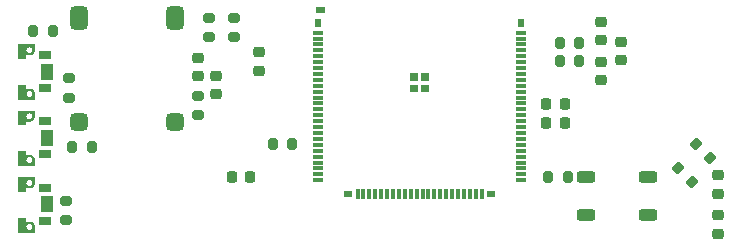
<source format=gbr>
%TF.GenerationSoftware,KiCad,Pcbnew,8.0.7*%
%TF.CreationDate,2024-12-31T00:41:56+01:00*%
%TF.ProjectId,BeDECT,42654445-4354-42e6-9b69-6361645f7063,rev?*%
%TF.SameCoordinates,Original*%
%TF.FileFunction,Paste,Top*%
%TF.FilePolarity,Positive*%
%FSLAX46Y46*%
G04 Gerber Fmt 4.6, Leading zero omitted, Abs format (unit mm)*
G04 Created by KiCad (PCBNEW 8.0.7) date 2024-12-31 00:41:56*
%MOMM*%
%LPD*%
G01*
G04 APERTURE LIST*
G04 Aperture macros list*
%AMRoundRect*
0 Rectangle with rounded corners*
0 $1 Rounding radius*
0 $2 $3 $4 $5 $6 $7 $8 $9 X,Y pos of 4 corners*
0 Add a 4 corners polygon primitive as box body*
4,1,4,$2,$3,$4,$5,$6,$7,$8,$9,$2,$3,0*
0 Add four circle primitives for the rounded corners*
1,1,$1+$1,$2,$3*
1,1,$1+$1,$4,$5*
1,1,$1+$1,$6,$7*
1,1,$1+$1,$8,$9*
0 Add four rect primitives between the rounded corners*
20,1,$1+$1,$2,$3,$4,$5,0*
20,1,$1+$1,$4,$5,$6,$7,0*
20,1,$1+$1,$6,$7,$8,$9,0*
20,1,$1+$1,$8,$9,$2,$3,0*%
G04 Aperture macros list end*
%ADD10C,0.010000*%
%ADD11C,0.001000*%
%ADD12C,0.000000*%
%ADD13RoundRect,0.200000X0.275000X-0.200000X0.275000X0.200000X-0.275000X0.200000X-0.275000X-0.200000X0*%
%ADD14RoundRect,0.200000X0.200000X0.275000X-0.200000X0.275000X-0.200000X-0.275000X0.200000X-0.275000X0*%
%ADD15RoundRect,0.200000X-0.275000X0.200000X-0.275000X-0.200000X0.275000X-0.200000X0.275000X0.200000X0*%
%ADD16R,1.100000X0.700000*%
%ADD17R,1.100000X1.400000*%
%ADD18RoundRect,0.250000X0.525000X0.250000X-0.525000X0.250000X-0.525000X-0.250000X0.525000X-0.250000X0*%
%ADD19RoundRect,0.225000X0.250000X-0.225000X0.250000X0.225000X-0.250000X0.225000X-0.250000X-0.225000X0*%
%ADD20RoundRect,0.225000X-0.225000X-0.250000X0.225000X-0.250000X0.225000X0.250000X-0.225000X0.250000X0*%
%ADD21RoundRect,0.200000X-0.335876X-0.053033X-0.053033X-0.335876X0.335876X0.053033X0.053033X0.335876X0*%
%ADD22RoundRect,0.200000X-0.200000X-0.275000X0.200000X-0.275000X0.200000X0.275000X-0.200000X0.275000X0*%
%ADD23RoundRect,0.375000X-0.375000X-0.375000X0.375000X-0.375000X0.375000X0.375000X-0.375000X0.375000X0*%
%ADD24RoundRect,0.375000X-0.375000X-0.625000X0.375000X-0.625000X0.375000X0.625000X-0.375000X0.625000X0*%
%ADD25R,0.550000X0.660000*%
%ADD26RoundRect,0.075000X-0.370000X-0.075000X0.370000X-0.075000X0.370000X0.075000X-0.370000X0.075000X0*%
%ADD27R,0.800000X0.550000*%
%ADD28RoundRect,0.075000X0.075000X-0.370000X0.075000X0.370000X-0.075000X0.370000X-0.075000X-0.370000X0*%
%ADD29RoundRect,0.218750X0.256250X-0.218750X0.256250X0.218750X-0.256250X0.218750X-0.256250X-0.218750X0*%
%ADD30RoundRect,0.225000X-0.250000X0.225000X-0.250000X-0.225000X0.250000X-0.225000X0.250000X0.225000X0*%
%ADD31RoundRect,0.225000X0.225000X0.250000X-0.225000X0.250000X-0.225000X-0.250000X0.225000X-0.250000X0*%
G04 APERTURE END LIST*
D10*
%TO.C,SW4*%
X117424843Y-77748799D02*
X117424843Y-78899999D01*
X116775000Y-78899999D01*
X116775000Y-77748798D01*
X117424843Y-77748799D01*
G36*
X117424843Y-77748799D02*
G01*
X117424843Y-78899999D01*
X116775000Y-78899999D01*
X116775000Y-77748798D01*
X117424843Y-77748799D01*
G37*
X117424455Y-82349999D02*
X116775000Y-82349999D01*
X116775000Y-81202089D01*
X117424455Y-81202089D01*
X117424455Y-82349999D01*
G36*
X117424455Y-82349999D02*
G01*
X116775000Y-82349999D01*
X116775000Y-81202089D01*
X117424455Y-81202089D01*
X117424455Y-82349999D01*
G37*
D11*
X118125000Y-82349999D02*
X117425000Y-82350000D01*
X117425000Y-81915999D01*
X117427000Y-81930999D01*
X117429000Y-81946999D01*
X117432000Y-81961999D01*
X117435000Y-81977999D01*
X117440000Y-81992999D01*
X117445000Y-82007999D01*
X117451000Y-82021999D01*
X117458000Y-82036000D01*
X117465000Y-82049999D01*
X117473000Y-82062999D01*
X117482000Y-82075999D01*
X117492000Y-82088999D01*
X117502000Y-82100999D01*
X117513000Y-82111999D01*
X117524000Y-82122999D01*
X117536000Y-82132999D01*
X117549000Y-82142999D01*
X117562000Y-82151999D01*
X117575000Y-82159999D01*
X117589000Y-82167000D01*
X117603000Y-82173999D01*
X117617000Y-82179999D01*
X117632000Y-82184999D01*
X117647000Y-82189999D01*
X117663000Y-82192999D01*
X117678000Y-82195999D01*
X117694000Y-82197999D01*
X117709000Y-82199999D01*
X117725000Y-82200000D01*
X117741000Y-82199999D01*
X117756000Y-82197999D01*
X117772000Y-82195999D01*
X117787000Y-82192999D01*
X117803000Y-82189999D01*
X117818000Y-82184999D01*
X117833000Y-82179999D01*
X117847000Y-82173999D01*
X117861000Y-82167000D01*
X117875000Y-82159999D01*
X117888000Y-82151999D01*
X117901000Y-82142999D01*
X117914000Y-82132999D01*
X117926000Y-82122999D01*
X117937000Y-82111999D01*
X117948000Y-82100999D01*
X117958000Y-82088999D01*
X117968000Y-82075999D01*
X117977000Y-82062999D01*
X117985000Y-82049999D01*
X117992000Y-82036000D01*
X117999000Y-82021999D01*
X118005000Y-82007999D01*
X118010000Y-81992999D01*
X118015000Y-81977999D01*
X118018000Y-81961999D01*
X118021000Y-81946999D01*
X118023000Y-81930999D01*
X118025000Y-81915999D01*
X118025000Y-81900000D01*
X118125000Y-81899999D01*
X118125000Y-82349999D01*
G36*
X118125000Y-82349999D02*
G01*
X117425000Y-82350000D01*
X117425000Y-81915999D01*
X117427000Y-81930999D01*
X117429000Y-81946999D01*
X117432000Y-81961999D01*
X117435000Y-81977999D01*
X117440000Y-81992999D01*
X117445000Y-82007999D01*
X117451000Y-82021999D01*
X117458000Y-82036000D01*
X117465000Y-82049999D01*
X117473000Y-82062999D01*
X117482000Y-82075999D01*
X117492000Y-82088999D01*
X117502000Y-82100999D01*
X117513000Y-82111999D01*
X117524000Y-82122999D01*
X117536000Y-82132999D01*
X117549000Y-82142999D01*
X117562000Y-82151999D01*
X117575000Y-82159999D01*
X117589000Y-82167000D01*
X117603000Y-82173999D01*
X117617000Y-82179999D01*
X117632000Y-82184999D01*
X117647000Y-82189999D01*
X117663000Y-82192999D01*
X117678000Y-82195999D01*
X117694000Y-82197999D01*
X117709000Y-82199999D01*
X117725000Y-82200000D01*
X117741000Y-82199999D01*
X117756000Y-82197999D01*
X117772000Y-82195999D01*
X117787000Y-82192999D01*
X117803000Y-82189999D01*
X117818000Y-82184999D01*
X117833000Y-82179999D01*
X117847000Y-82173999D01*
X117861000Y-82167000D01*
X117875000Y-82159999D01*
X117888000Y-82151999D01*
X117901000Y-82142999D01*
X117914000Y-82132999D01*
X117926000Y-82122999D01*
X117937000Y-82111999D01*
X117948000Y-82100999D01*
X117958000Y-82088999D01*
X117968000Y-82075999D01*
X117977000Y-82062999D01*
X117985000Y-82049999D01*
X117992000Y-82036000D01*
X117999000Y-82021999D01*
X118005000Y-82007999D01*
X118010000Y-81992999D01*
X118015000Y-81977999D01*
X118018000Y-81961999D01*
X118021000Y-81946999D01*
X118023000Y-81930999D01*
X118025000Y-81915999D01*
X118025000Y-81900000D01*
X118125000Y-81899999D01*
X118125000Y-82349999D01*
G37*
X118125000Y-77749999D02*
X118125000Y-78199999D01*
X118025000Y-78199998D01*
X118025000Y-78183999D01*
X118023000Y-78168999D01*
X118021000Y-78152999D01*
X118018000Y-78137999D01*
X118015000Y-78121999D01*
X118010000Y-78106999D01*
X118005000Y-78091999D01*
X117999000Y-78077999D01*
X117992000Y-78063998D01*
X117985000Y-78049999D01*
X117977000Y-78036999D01*
X117968000Y-78023999D01*
X117958000Y-78010999D01*
X117948000Y-77998999D01*
X117937000Y-77987999D01*
X117926000Y-77976999D01*
X117914000Y-77966999D01*
X117901000Y-77956999D01*
X117888000Y-77947999D01*
X117875000Y-77939999D01*
X117861000Y-77932998D01*
X117847000Y-77925999D01*
X117833000Y-77919999D01*
X117818000Y-77914999D01*
X117803000Y-77909999D01*
X117787000Y-77906999D01*
X117772000Y-77903999D01*
X117756000Y-77901999D01*
X117741000Y-77899999D01*
X117725000Y-77899998D01*
X117709000Y-77899999D01*
X117694000Y-77901999D01*
X117678000Y-77903999D01*
X117663000Y-77906999D01*
X117647000Y-77909999D01*
X117632000Y-77914999D01*
X117617000Y-77919999D01*
X117603000Y-77925999D01*
X117589000Y-77932998D01*
X117575000Y-77939999D01*
X117562000Y-77947999D01*
X117549000Y-77956999D01*
X117536000Y-77966999D01*
X117524000Y-77976999D01*
X117513000Y-77987999D01*
X117502000Y-77998999D01*
X117492000Y-78010999D01*
X117482000Y-78023999D01*
X117473000Y-78036999D01*
X117465000Y-78049999D01*
X117458000Y-78063998D01*
X117451000Y-78077999D01*
X117445000Y-78091999D01*
X117440000Y-78106999D01*
X117435000Y-78121999D01*
X117432000Y-78137999D01*
X117429000Y-78152999D01*
X117427000Y-78168999D01*
X117425000Y-78183999D01*
X117425000Y-77749998D01*
X118125000Y-77749999D01*
G36*
X118125000Y-77749999D02*
G01*
X118125000Y-78199999D01*
X118025000Y-78199998D01*
X118025000Y-78183999D01*
X118023000Y-78168999D01*
X118021000Y-78152999D01*
X118018000Y-78137999D01*
X118015000Y-78121999D01*
X118010000Y-78106999D01*
X118005000Y-78091999D01*
X117999000Y-78077999D01*
X117992000Y-78063998D01*
X117985000Y-78049999D01*
X117977000Y-78036999D01*
X117968000Y-78023999D01*
X117958000Y-78010999D01*
X117948000Y-77998999D01*
X117937000Y-77987999D01*
X117926000Y-77976999D01*
X117914000Y-77966999D01*
X117901000Y-77956999D01*
X117888000Y-77947999D01*
X117875000Y-77939999D01*
X117861000Y-77932998D01*
X117847000Y-77925999D01*
X117833000Y-77919999D01*
X117818000Y-77914999D01*
X117803000Y-77909999D01*
X117787000Y-77906999D01*
X117772000Y-77903999D01*
X117756000Y-77901999D01*
X117741000Y-77899999D01*
X117725000Y-77899998D01*
X117709000Y-77899999D01*
X117694000Y-77901999D01*
X117678000Y-77903999D01*
X117663000Y-77906999D01*
X117647000Y-77909999D01*
X117632000Y-77914999D01*
X117617000Y-77919999D01*
X117603000Y-77925999D01*
X117589000Y-77932998D01*
X117575000Y-77939999D01*
X117562000Y-77947999D01*
X117549000Y-77956999D01*
X117536000Y-77966999D01*
X117524000Y-77976999D01*
X117513000Y-77987999D01*
X117502000Y-77998999D01*
X117492000Y-78010999D01*
X117482000Y-78023999D01*
X117473000Y-78036999D01*
X117465000Y-78049999D01*
X117458000Y-78063998D01*
X117451000Y-78077999D01*
X117445000Y-78091999D01*
X117440000Y-78106999D01*
X117435000Y-78121999D01*
X117432000Y-78137999D01*
X117429000Y-78152999D01*
X117427000Y-78168999D01*
X117425000Y-78183999D01*
X117425000Y-77749998D01*
X118125000Y-77749999D01*
G37*
X117746000Y-81500999D02*
X117767000Y-81502000D01*
X117788000Y-81504999D01*
X117808000Y-81508999D01*
X117829000Y-81513999D01*
X117849000Y-81519999D01*
X117868000Y-81526999D01*
X117888000Y-81534999D01*
X117907000Y-81543999D01*
X117925000Y-81553999D01*
X117943000Y-81564999D01*
X117960000Y-81575999D01*
X117977000Y-81588999D01*
X117993000Y-81602999D01*
X118008000Y-81616999D01*
X118022000Y-81631999D01*
X118036000Y-81647999D01*
X118049000Y-81664999D01*
X118060000Y-81681999D01*
X118071000Y-81699999D01*
X118081000Y-81717999D01*
X118090000Y-81736999D01*
X118098000Y-81756999D01*
X118105000Y-81775999D01*
X118111000Y-81795999D01*
X118116000Y-81816999D01*
X118120000Y-81836999D01*
X118123000Y-81858000D01*
X118124000Y-81878999D01*
X118125000Y-81899999D01*
X118025000Y-81900000D01*
X118025000Y-81883999D01*
X118023000Y-81868999D01*
X118021000Y-81852999D01*
X118018000Y-81837999D01*
X118015000Y-81821999D01*
X118010000Y-81806999D01*
X118005000Y-81791999D01*
X117999000Y-81777999D01*
X117992000Y-81764000D01*
X117985000Y-81749999D01*
X117977000Y-81736999D01*
X117968000Y-81723999D01*
X117958000Y-81710998D01*
X117948000Y-81698999D01*
X117937001Y-81687999D01*
X117926000Y-81676999D01*
X117914000Y-81666999D01*
X117901000Y-81656999D01*
X117888000Y-81647999D01*
X117875000Y-81639999D01*
X117861000Y-81633000D01*
X117847000Y-81625999D01*
X117833000Y-81619999D01*
X117818000Y-81614999D01*
X117803000Y-81609999D01*
X117787000Y-81606999D01*
X117772000Y-81603999D01*
X117756000Y-81601999D01*
X117741000Y-81599999D01*
X117725000Y-81600000D01*
X117709000Y-81599999D01*
X117694000Y-81601999D01*
X117678000Y-81603999D01*
X117663000Y-81606999D01*
X117647000Y-81609999D01*
X117632000Y-81614999D01*
X117617000Y-81619999D01*
X117603000Y-81625999D01*
X117589000Y-81633000D01*
X117575000Y-81639999D01*
X117562000Y-81647999D01*
X117549000Y-81656999D01*
X117536000Y-81666999D01*
X117524000Y-81676999D01*
X117512999Y-81687999D01*
X117502000Y-81698999D01*
X117492000Y-81710998D01*
X117482000Y-81723999D01*
X117473000Y-81736999D01*
X117465000Y-81749999D01*
X117458000Y-81764000D01*
X117451000Y-81777999D01*
X117445000Y-81791999D01*
X117440000Y-81806999D01*
X117435000Y-81821999D01*
X117432000Y-81837999D01*
X117429000Y-81852999D01*
X117427000Y-81868999D01*
X117425000Y-81883999D01*
X117425000Y-81499999D01*
X117725000Y-81499999D01*
X117746000Y-81500999D01*
G36*
X117746000Y-81500999D02*
G01*
X117767000Y-81502000D01*
X117788000Y-81504999D01*
X117808000Y-81508999D01*
X117829000Y-81513999D01*
X117849000Y-81519999D01*
X117868000Y-81526999D01*
X117888000Y-81534999D01*
X117907000Y-81543999D01*
X117925000Y-81553999D01*
X117943000Y-81564999D01*
X117960000Y-81575999D01*
X117977000Y-81588999D01*
X117993000Y-81602999D01*
X118008000Y-81616999D01*
X118022000Y-81631999D01*
X118036000Y-81647999D01*
X118049000Y-81664999D01*
X118060000Y-81681999D01*
X118071000Y-81699999D01*
X118081000Y-81717999D01*
X118090000Y-81736999D01*
X118098000Y-81756999D01*
X118105000Y-81775999D01*
X118111000Y-81795999D01*
X118116000Y-81816999D01*
X118120000Y-81836999D01*
X118123000Y-81858000D01*
X118124000Y-81878999D01*
X118125000Y-81899999D01*
X118025000Y-81900000D01*
X118025000Y-81883999D01*
X118023000Y-81868999D01*
X118021000Y-81852999D01*
X118018000Y-81837999D01*
X118015000Y-81821999D01*
X118010000Y-81806999D01*
X118005000Y-81791999D01*
X117999000Y-81777999D01*
X117992000Y-81764000D01*
X117985000Y-81749999D01*
X117977000Y-81736999D01*
X117968000Y-81723999D01*
X117958000Y-81710998D01*
X117948000Y-81698999D01*
X117937001Y-81687999D01*
X117926000Y-81676999D01*
X117914000Y-81666999D01*
X117901000Y-81656999D01*
X117888000Y-81647999D01*
X117875000Y-81639999D01*
X117861000Y-81633000D01*
X117847000Y-81625999D01*
X117833000Y-81619999D01*
X117818000Y-81614999D01*
X117803000Y-81609999D01*
X117787000Y-81606999D01*
X117772000Y-81603999D01*
X117756000Y-81601999D01*
X117741000Y-81599999D01*
X117725000Y-81600000D01*
X117709000Y-81599999D01*
X117694000Y-81601999D01*
X117678000Y-81603999D01*
X117663000Y-81606999D01*
X117647000Y-81609999D01*
X117632000Y-81614999D01*
X117617000Y-81619999D01*
X117603000Y-81625999D01*
X117589000Y-81633000D01*
X117575000Y-81639999D01*
X117562000Y-81647999D01*
X117549000Y-81656999D01*
X117536000Y-81666999D01*
X117524000Y-81676999D01*
X117512999Y-81687999D01*
X117502000Y-81698999D01*
X117492000Y-81710998D01*
X117482000Y-81723999D01*
X117473000Y-81736999D01*
X117465000Y-81749999D01*
X117458000Y-81764000D01*
X117451000Y-81777999D01*
X117445000Y-81791999D01*
X117440000Y-81806999D01*
X117435000Y-81821999D01*
X117432000Y-81837999D01*
X117429000Y-81852999D01*
X117427000Y-81868999D01*
X117425000Y-81883999D01*
X117425000Y-81499999D01*
X117725000Y-81499999D01*
X117746000Y-81500999D01*
G37*
X118125000Y-78199999D02*
X118124000Y-78220999D01*
X118123000Y-78241998D01*
X118120000Y-78262999D01*
X118116000Y-78282999D01*
X118111000Y-78303999D01*
X118105000Y-78323999D01*
X118098000Y-78342999D01*
X118090000Y-78362999D01*
X118081000Y-78381999D01*
X118071000Y-78399999D01*
X118060000Y-78417999D01*
X118049000Y-78434999D01*
X118036000Y-78451999D01*
X118022000Y-78467999D01*
X118008000Y-78482999D01*
X117993000Y-78496999D01*
X117977000Y-78510999D01*
X117960000Y-78523999D01*
X117943000Y-78534999D01*
X117925000Y-78545999D01*
X117907000Y-78555999D01*
X117888000Y-78564999D01*
X117868000Y-78572999D01*
X117849000Y-78579999D01*
X117829000Y-78585999D01*
X117808000Y-78590999D01*
X117788000Y-78594999D01*
X117767000Y-78597998D01*
X117746000Y-78598999D01*
X117725000Y-78599999D01*
X117425000Y-78599999D01*
X117425000Y-78215999D01*
X117427000Y-78230999D01*
X117429000Y-78246999D01*
X117432000Y-78261999D01*
X117435000Y-78277999D01*
X117440000Y-78292999D01*
X117445000Y-78307999D01*
X117451000Y-78321999D01*
X117458000Y-78335998D01*
X117465000Y-78349999D01*
X117473000Y-78362999D01*
X117482000Y-78375999D01*
X117492000Y-78389000D01*
X117502000Y-78400999D01*
X117512999Y-78411999D01*
X117524000Y-78422999D01*
X117536000Y-78432999D01*
X117549000Y-78442999D01*
X117562000Y-78451999D01*
X117575000Y-78459999D01*
X117589000Y-78466998D01*
X117603000Y-78473999D01*
X117617000Y-78479999D01*
X117632000Y-78484999D01*
X117647000Y-78489999D01*
X117663000Y-78492999D01*
X117678000Y-78495999D01*
X117694000Y-78497999D01*
X117709000Y-78499999D01*
X117725000Y-78499998D01*
X117741000Y-78499999D01*
X117756000Y-78497999D01*
X117772000Y-78495999D01*
X117787000Y-78492999D01*
X117803000Y-78489999D01*
X117818000Y-78484999D01*
X117833000Y-78479999D01*
X117847000Y-78473999D01*
X117861000Y-78466998D01*
X117875000Y-78459999D01*
X117888000Y-78451999D01*
X117901000Y-78442999D01*
X117914000Y-78432999D01*
X117926000Y-78422999D01*
X117937001Y-78411999D01*
X117948000Y-78400999D01*
X117958000Y-78389000D01*
X117968000Y-78375999D01*
X117977000Y-78362999D01*
X117985000Y-78349999D01*
X117992000Y-78335998D01*
X117999000Y-78321999D01*
X118005000Y-78307999D01*
X118010000Y-78292999D01*
X118015000Y-78277999D01*
X118018000Y-78261999D01*
X118021000Y-78246999D01*
X118023000Y-78230999D01*
X118025000Y-78215999D01*
X118025000Y-78199998D01*
X118125000Y-78199999D01*
G36*
X118125000Y-78199999D02*
G01*
X118124000Y-78220999D01*
X118123000Y-78241998D01*
X118120000Y-78262999D01*
X118116000Y-78282999D01*
X118111000Y-78303999D01*
X118105000Y-78323999D01*
X118098000Y-78342999D01*
X118090000Y-78362999D01*
X118081000Y-78381999D01*
X118071000Y-78399999D01*
X118060000Y-78417999D01*
X118049000Y-78434999D01*
X118036000Y-78451999D01*
X118022000Y-78467999D01*
X118008000Y-78482999D01*
X117993000Y-78496999D01*
X117977000Y-78510999D01*
X117960000Y-78523999D01*
X117943000Y-78534999D01*
X117925000Y-78545999D01*
X117907000Y-78555999D01*
X117888000Y-78564999D01*
X117868000Y-78572999D01*
X117849000Y-78579999D01*
X117829000Y-78585999D01*
X117808000Y-78590999D01*
X117788000Y-78594999D01*
X117767000Y-78597998D01*
X117746000Y-78598999D01*
X117725000Y-78599999D01*
X117425000Y-78599999D01*
X117425000Y-78215999D01*
X117427000Y-78230999D01*
X117429000Y-78246999D01*
X117432000Y-78261999D01*
X117435000Y-78277999D01*
X117440000Y-78292999D01*
X117445000Y-78307999D01*
X117451000Y-78321999D01*
X117458000Y-78335998D01*
X117465000Y-78349999D01*
X117473000Y-78362999D01*
X117482000Y-78375999D01*
X117492000Y-78389000D01*
X117502000Y-78400999D01*
X117512999Y-78411999D01*
X117524000Y-78422999D01*
X117536000Y-78432999D01*
X117549000Y-78442999D01*
X117562000Y-78451999D01*
X117575000Y-78459999D01*
X117589000Y-78466998D01*
X117603000Y-78473999D01*
X117617000Y-78479999D01*
X117632000Y-78484999D01*
X117647000Y-78489999D01*
X117663000Y-78492999D01*
X117678000Y-78495999D01*
X117694000Y-78497999D01*
X117709000Y-78499999D01*
X117725000Y-78499998D01*
X117741000Y-78499999D01*
X117756000Y-78497999D01*
X117772000Y-78495999D01*
X117787000Y-78492999D01*
X117803000Y-78489999D01*
X117818000Y-78484999D01*
X117833000Y-78479999D01*
X117847000Y-78473999D01*
X117861000Y-78466998D01*
X117875000Y-78459999D01*
X117888000Y-78451999D01*
X117901000Y-78442999D01*
X117914000Y-78432999D01*
X117926000Y-78422999D01*
X117937001Y-78411999D01*
X117948000Y-78400999D01*
X117958000Y-78389000D01*
X117968000Y-78375999D01*
X117977000Y-78362999D01*
X117985000Y-78349999D01*
X117992000Y-78335998D01*
X117999000Y-78321999D01*
X118005000Y-78307999D01*
X118010000Y-78292999D01*
X118015000Y-78277999D01*
X118018000Y-78261999D01*
X118021000Y-78246999D01*
X118023000Y-78230999D01*
X118025000Y-78215999D01*
X118025000Y-78199998D01*
X118125000Y-78199999D01*
G37*
D10*
%TO.C,SW3*%
X117424843Y-83348799D02*
X117424843Y-84499999D01*
X116775000Y-84499999D01*
X116775000Y-83348798D01*
X117424843Y-83348799D01*
G36*
X117424843Y-83348799D02*
G01*
X117424843Y-84499999D01*
X116775000Y-84499999D01*
X116775000Y-83348798D01*
X117424843Y-83348799D01*
G37*
X117424455Y-87949999D02*
X116775000Y-87949999D01*
X116775000Y-86802089D01*
X117424455Y-86802089D01*
X117424455Y-87949999D01*
G36*
X117424455Y-87949999D02*
G01*
X116775000Y-87949999D01*
X116775000Y-86802089D01*
X117424455Y-86802089D01*
X117424455Y-87949999D01*
G37*
D11*
X118125000Y-87949999D02*
X117425000Y-87950000D01*
X117425000Y-87515999D01*
X117427000Y-87530999D01*
X117429000Y-87546999D01*
X117432000Y-87561999D01*
X117435000Y-87577999D01*
X117440000Y-87592999D01*
X117445000Y-87607999D01*
X117451000Y-87621999D01*
X117458000Y-87636000D01*
X117465000Y-87649999D01*
X117473000Y-87662999D01*
X117482000Y-87675999D01*
X117492000Y-87688999D01*
X117502000Y-87700999D01*
X117513000Y-87711999D01*
X117524000Y-87722999D01*
X117536000Y-87732999D01*
X117549000Y-87742999D01*
X117562000Y-87751999D01*
X117575000Y-87759999D01*
X117589000Y-87767000D01*
X117603000Y-87773999D01*
X117617000Y-87779999D01*
X117632000Y-87784999D01*
X117647000Y-87789999D01*
X117663000Y-87792999D01*
X117678000Y-87795999D01*
X117694000Y-87797999D01*
X117709000Y-87799999D01*
X117725000Y-87800000D01*
X117741000Y-87799999D01*
X117756000Y-87797999D01*
X117772000Y-87795999D01*
X117787000Y-87792999D01*
X117803000Y-87789999D01*
X117818000Y-87784999D01*
X117833000Y-87779999D01*
X117847000Y-87773999D01*
X117861000Y-87767000D01*
X117875000Y-87759999D01*
X117888000Y-87751999D01*
X117901000Y-87742999D01*
X117914000Y-87732999D01*
X117926000Y-87722999D01*
X117937000Y-87711999D01*
X117948000Y-87700999D01*
X117958000Y-87688999D01*
X117968000Y-87675999D01*
X117977000Y-87662999D01*
X117985000Y-87649999D01*
X117992000Y-87636000D01*
X117999000Y-87621999D01*
X118005000Y-87607999D01*
X118010000Y-87592999D01*
X118015000Y-87577999D01*
X118018000Y-87561999D01*
X118021000Y-87546999D01*
X118023000Y-87530999D01*
X118025000Y-87515999D01*
X118025000Y-87500000D01*
X118125000Y-87499999D01*
X118125000Y-87949999D01*
G36*
X118125000Y-87949999D02*
G01*
X117425000Y-87950000D01*
X117425000Y-87515999D01*
X117427000Y-87530999D01*
X117429000Y-87546999D01*
X117432000Y-87561999D01*
X117435000Y-87577999D01*
X117440000Y-87592999D01*
X117445000Y-87607999D01*
X117451000Y-87621999D01*
X117458000Y-87636000D01*
X117465000Y-87649999D01*
X117473000Y-87662999D01*
X117482000Y-87675999D01*
X117492000Y-87688999D01*
X117502000Y-87700999D01*
X117513000Y-87711999D01*
X117524000Y-87722999D01*
X117536000Y-87732999D01*
X117549000Y-87742999D01*
X117562000Y-87751999D01*
X117575000Y-87759999D01*
X117589000Y-87767000D01*
X117603000Y-87773999D01*
X117617000Y-87779999D01*
X117632000Y-87784999D01*
X117647000Y-87789999D01*
X117663000Y-87792999D01*
X117678000Y-87795999D01*
X117694000Y-87797999D01*
X117709000Y-87799999D01*
X117725000Y-87800000D01*
X117741000Y-87799999D01*
X117756000Y-87797999D01*
X117772000Y-87795999D01*
X117787000Y-87792999D01*
X117803000Y-87789999D01*
X117818000Y-87784999D01*
X117833000Y-87779999D01*
X117847000Y-87773999D01*
X117861000Y-87767000D01*
X117875000Y-87759999D01*
X117888000Y-87751999D01*
X117901000Y-87742999D01*
X117914000Y-87732999D01*
X117926000Y-87722999D01*
X117937000Y-87711999D01*
X117948000Y-87700999D01*
X117958000Y-87688999D01*
X117968000Y-87675999D01*
X117977000Y-87662999D01*
X117985000Y-87649999D01*
X117992000Y-87636000D01*
X117999000Y-87621999D01*
X118005000Y-87607999D01*
X118010000Y-87592999D01*
X118015000Y-87577999D01*
X118018000Y-87561999D01*
X118021000Y-87546999D01*
X118023000Y-87530999D01*
X118025000Y-87515999D01*
X118025000Y-87500000D01*
X118125000Y-87499999D01*
X118125000Y-87949999D01*
G37*
X118125000Y-83349999D02*
X118125000Y-83799999D01*
X118025000Y-83799998D01*
X118025000Y-83783999D01*
X118023000Y-83768999D01*
X118021000Y-83752999D01*
X118018000Y-83737999D01*
X118015000Y-83721999D01*
X118010000Y-83706999D01*
X118005000Y-83691999D01*
X117999000Y-83677999D01*
X117992000Y-83663998D01*
X117985000Y-83649999D01*
X117977000Y-83636999D01*
X117968000Y-83623999D01*
X117958000Y-83610999D01*
X117948000Y-83598999D01*
X117937000Y-83587999D01*
X117926000Y-83576999D01*
X117914000Y-83566999D01*
X117901000Y-83556999D01*
X117888000Y-83547999D01*
X117875000Y-83539999D01*
X117861000Y-83532998D01*
X117847000Y-83525999D01*
X117833000Y-83519999D01*
X117818000Y-83514999D01*
X117803000Y-83509999D01*
X117787000Y-83506999D01*
X117772000Y-83503999D01*
X117756000Y-83501999D01*
X117741000Y-83499999D01*
X117725000Y-83499998D01*
X117709000Y-83499999D01*
X117694000Y-83501999D01*
X117678000Y-83503999D01*
X117663000Y-83506999D01*
X117647000Y-83509999D01*
X117632000Y-83514999D01*
X117617000Y-83519999D01*
X117603000Y-83525999D01*
X117589000Y-83532998D01*
X117575000Y-83539999D01*
X117562000Y-83547999D01*
X117549000Y-83556999D01*
X117536000Y-83566999D01*
X117524000Y-83576999D01*
X117513000Y-83587999D01*
X117502000Y-83598999D01*
X117492000Y-83610999D01*
X117482000Y-83623999D01*
X117473000Y-83636999D01*
X117465000Y-83649999D01*
X117458000Y-83663998D01*
X117451000Y-83677999D01*
X117445000Y-83691999D01*
X117440000Y-83706999D01*
X117435000Y-83721999D01*
X117432000Y-83737999D01*
X117429000Y-83752999D01*
X117427000Y-83768999D01*
X117425000Y-83783999D01*
X117425000Y-83349998D01*
X118125000Y-83349999D01*
G36*
X118125000Y-83349999D02*
G01*
X118125000Y-83799999D01*
X118025000Y-83799998D01*
X118025000Y-83783999D01*
X118023000Y-83768999D01*
X118021000Y-83752999D01*
X118018000Y-83737999D01*
X118015000Y-83721999D01*
X118010000Y-83706999D01*
X118005000Y-83691999D01*
X117999000Y-83677999D01*
X117992000Y-83663998D01*
X117985000Y-83649999D01*
X117977000Y-83636999D01*
X117968000Y-83623999D01*
X117958000Y-83610999D01*
X117948000Y-83598999D01*
X117937000Y-83587999D01*
X117926000Y-83576999D01*
X117914000Y-83566999D01*
X117901000Y-83556999D01*
X117888000Y-83547999D01*
X117875000Y-83539999D01*
X117861000Y-83532998D01*
X117847000Y-83525999D01*
X117833000Y-83519999D01*
X117818000Y-83514999D01*
X117803000Y-83509999D01*
X117787000Y-83506999D01*
X117772000Y-83503999D01*
X117756000Y-83501999D01*
X117741000Y-83499999D01*
X117725000Y-83499998D01*
X117709000Y-83499999D01*
X117694000Y-83501999D01*
X117678000Y-83503999D01*
X117663000Y-83506999D01*
X117647000Y-83509999D01*
X117632000Y-83514999D01*
X117617000Y-83519999D01*
X117603000Y-83525999D01*
X117589000Y-83532998D01*
X117575000Y-83539999D01*
X117562000Y-83547999D01*
X117549000Y-83556999D01*
X117536000Y-83566999D01*
X117524000Y-83576999D01*
X117513000Y-83587999D01*
X117502000Y-83598999D01*
X117492000Y-83610999D01*
X117482000Y-83623999D01*
X117473000Y-83636999D01*
X117465000Y-83649999D01*
X117458000Y-83663998D01*
X117451000Y-83677999D01*
X117445000Y-83691999D01*
X117440000Y-83706999D01*
X117435000Y-83721999D01*
X117432000Y-83737999D01*
X117429000Y-83752999D01*
X117427000Y-83768999D01*
X117425000Y-83783999D01*
X117425000Y-83349998D01*
X118125000Y-83349999D01*
G37*
X117746000Y-87100999D02*
X117767000Y-87102000D01*
X117788000Y-87104999D01*
X117808000Y-87108999D01*
X117829000Y-87113999D01*
X117849000Y-87119999D01*
X117868000Y-87126999D01*
X117888000Y-87134999D01*
X117907000Y-87143999D01*
X117925000Y-87153999D01*
X117943000Y-87164999D01*
X117960000Y-87175999D01*
X117977000Y-87188999D01*
X117993000Y-87202999D01*
X118008000Y-87216999D01*
X118022000Y-87231999D01*
X118036000Y-87247999D01*
X118049000Y-87264999D01*
X118060000Y-87281999D01*
X118071000Y-87299999D01*
X118081000Y-87317999D01*
X118090000Y-87336999D01*
X118098000Y-87356999D01*
X118105000Y-87375999D01*
X118111000Y-87395999D01*
X118116000Y-87416999D01*
X118120000Y-87436999D01*
X118123000Y-87458000D01*
X118124000Y-87478999D01*
X118125000Y-87499999D01*
X118025000Y-87500000D01*
X118025000Y-87483999D01*
X118023000Y-87468999D01*
X118021000Y-87452999D01*
X118018000Y-87437999D01*
X118015000Y-87421999D01*
X118010000Y-87406999D01*
X118005000Y-87391999D01*
X117999000Y-87377999D01*
X117992000Y-87364000D01*
X117985000Y-87349999D01*
X117977000Y-87336999D01*
X117968000Y-87323999D01*
X117958000Y-87310998D01*
X117948000Y-87298999D01*
X117937001Y-87287999D01*
X117926000Y-87276999D01*
X117914000Y-87266999D01*
X117901000Y-87256999D01*
X117888000Y-87247999D01*
X117875000Y-87239999D01*
X117861000Y-87233000D01*
X117847000Y-87225999D01*
X117833000Y-87219999D01*
X117818000Y-87214999D01*
X117803000Y-87209999D01*
X117787000Y-87206999D01*
X117772000Y-87203999D01*
X117756000Y-87201999D01*
X117741000Y-87199999D01*
X117725000Y-87200000D01*
X117709000Y-87199999D01*
X117694000Y-87201999D01*
X117678000Y-87203999D01*
X117663000Y-87206999D01*
X117647000Y-87209999D01*
X117632000Y-87214999D01*
X117617000Y-87219999D01*
X117603000Y-87225999D01*
X117589000Y-87233000D01*
X117575000Y-87239999D01*
X117562000Y-87247999D01*
X117549000Y-87256999D01*
X117536000Y-87266999D01*
X117524000Y-87276999D01*
X117512999Y-87287999D01*
X117502000Y-87298999D01*
X117492000Y-87310998D01*
X117482000Y-87323999D01*
X117473000Y-87336999D01*
X117465000Y-87349999D01*
X117458000Y-87364000D01*
X117451000Y-87377999D01*
X117445000Y-87391999D01*
X117440000Y-87406999D01*
X117435000Y-87421999D01*
X117432000Y-87437999D01*
X117429000Y-87452999D01*
X117427000Y-87468999D01*
X117425000Y-87483999D01*
X117425000Y-87099999D01*
X117725000Y-87099999D01*
X117746000Y-87100999D01*
G36*
X117746000Y-87100999D02*
G01*
X117767000Y-87102000D01*
X117788000Y-87104999D01*
X117808000Y-87108999D01*
X117829000Y-87113999D01*
X117849000Y-87119999D01*
X117868000Y-87126999D01*
X117888000Y-87134999D01*
X117907000Y-87143999D01*
X117925000Y-87153999D01*
X117943000Y-87164999D01*
X117960000Y-87175999D01*
X117977000Y-87188999D01*
X117993000Y-87202999D01*
X118008000Y-87216999D01*
X118022000Y-87231999D01*
X118036000Y-87247999D01*
X118049000Y-87264999D01*
X118060000Y-87281999D01*
X118071000Y-87299999D01*
X118081000Y-87317999D01*
X118090000Y-87336999D01*
X118098000Y-87356999D01*
X118105000Y-87375999D01*
X118111000Y-87395999D01*
X118116000Y-87416999D01*
X118120000Y-87436999D01*
X118123000Y-87458000D01*
X118124000Y-87478999D01*
X118125000Y-87499999D01*
X118025000Y-87500000D01*
X118025000Y-87483999D01*
X118023000Y-87468999D01*
X118021000Y-87452999D01*
X118018000Y-87437999D01*
X118015000Y-87421999D01*
X118010000Y-87406999D01*
X118005000Y-87391999D01*
X117999000Y-87377999D01*
X117992000Y-87364000D01*
X117985000Y-87349999D01*
X117977000Y-87336999D01*
X117968000Y-87323999D01*
X117958000Y-87310998D01*
X117948000Y-87298999D01*
X117937001Y-87287999D01*
X117926000Y-87276999D01*
X117914000Y-87266999D01*
X117901000Y-87256999D01*
X117888000Y-87247999D01*
X117875000Y-87239999D01*
X117861000Y-87233000D01*
X117847000Y-87225999D01*
X117833000Y-87219999D01*
X117818000Y-87214999D01*
X117803000Y-87209999D01*
X117787000Y-87206999D01*
X117772000Y-87203999D01*
X117756000Y-87201999D01*
X117741000Y-87199999D01*
X117725000Y-87200000D01*
X117709000Y-87199999D01*
X117694000Y-87201999D01*
X117678000Y-87203999D01*
X117663000Y-87206999D01*
X117647000Y-87209999D01*
X117632000Y-87214999D01*
X117617000Y-87219999D01*
X117603000Y-87225999D01*
X117589000Y-87233000D01*
X117575000Y-87239999D01*
X117562000Y-87247999D01*
X117549000Y-87256999D01*
X117536000Y-87266999D01*
X117524000Y-87276999D01*
X117512999Y-87287999D01*
X117502000Y-87298999D01*
X117492000Y-87310998D01*
X117482000Y-87323999D01*
X117473000Y-87336999D01*
X117465000Y-87349999D01*
X117458000Y-87364000D01*
X117451000Y-87377999D01*
X117445000Y-87391999D01*
X117440000Y-87406999D01*
X117435000Y-87421999D01*
X117432000Y-87437999D01*
X117429000Y-87452999D01*
X117427000Y-87468999D01*
X117425000Y-87483999D01*
X117425000Y-87099999D01*
X117725000Y-87099999D01*
X117746000Y-87100999D01*
G37*
X118125000Y-83799999D02*
X118124000Y-83820999D01*
X118123000Y-83841998D01*
X118120000Y-83862999D01*
X118116000Y-83882999D01*
X118111000Y-83903999D01*
X118105000Y-83923999D01*
X118098000Y-83942999D01*
X118090000Y-83962999D01*
X118081000Y-83981999D01*
X118071000Y-83999999D01*
X118060000Y-84017999D01*
X118049000Y-84034999D01*
X118036000Y-84051999D01*
X118022000Y-84067999D01*
X118008000Y-84082999D01*
X117993000Y-84096999D01*
X117977000Y-84110999D01*
X117960000Y-84123999D01*
X117943000Y-84134999D01*
X117925000Y-84145999D01*
X117907000Y-84155999D01*
X117888000Y-84164999D01*
X117868000Y-84172999D01*
X117849000Y-84179999D01*
X117829000Y-84185999D01*
X117808000Y-84190999D01*
X117788000Y-84194999D01*
X117767000Y-84197998D01*
X117746000Y-84198999D01*
X117725000Y-84199999D01*
X117425000Y-84199999D01*
X117425000Y-83815999D01*
X117427000Y-83830999D01*
X117429000Y-83846999D01*
X117432000Y-83861999D01*
X117435000Y-83877999D01*
X117440000Y-83892999D01*
X117445000Y-83907999D01*
X117451000Y-83921999D01*
X117458000Y-83935998D01*
X117465000Y-83949999D01*
X117473000Y-83962999D01*
X117482000Y-83975999D01*
X117492000Y-83989000D01*
X117502000Y-84000999D01*
X117512999Y-84011999D01*
X117524000Y-84022999D01*
X117536000Y-84032999D01*
X117549000Y-84042999D01*
X117562000Y-84051999D01*
X117575000Y-84059999D01*
X117589000Y-84066998D01*
X117603000Y-84073999D01*
X117617000Y-84079999D01*
X117632000Y-84084999D01*
X117647000Y-84089999D01*
X117663000Y-84092999D01*
X117678000Y-84095999D01*
X117694000Y-84097999D01*
X117709000Y-84099999D01*
X117725000Y-84099998D01*
X117741000Y-84099999D01*
X117756000Y-84097999D01*
X117772000Y-84095999D01*
X117787000Y-84092999D01*
X117803000Y-84089999D01*
X117818000Y-84084999D01*
X117833000Y-84079999D01*
X117847000Y-84073999D01*
X117861000Y-84066998D01*
X117875000Y-84059999D01*
X117888000Y-84051999D01*
X117901000Y-84042999D01*
X117914000Y-84032999D01*
X117926000Y-84022999D01*
X117937001Y-84011999D01*
X117948000Y-84000999D01*
X117958000Y-83989000D01*
X117968000Y-83975999D01*
X117977000Y-83962999D01*
X117985000Y-83949999D01*
X117992000Y-83935998D01*
X117999000Y-83921999D01*
X118005000Y-83907999D01*
X118010000Y-83892999D01*
X118015000Y-83877999D01*
X118018000Y-83861999D01*
X118021000Y-83846999D01*
X118023000Y-83830999D01*
X118025000Y-83815999D01*
X118025000Y-83799998D01*
X118125000Y-83799999D01*
G36*
X118125000Y-83799999D02*
G01*
X118124000Y-83820999D01*
X118123000Y-83841998D01*
X118120000Y-83862999D01*
X118116000Y-83882999D01*
X118111000Y-83903999D01*
X118105000Y-83923999D01*
X118098000Y-83942999D01*
X118090000Y-83962999D01*
X118081000Y-83981999D01*
X118071000Y-83999999D01*
X118060000Y-84017999D01*
X118049000Y-84034999D01*
X118036000Y-84051999D01*
X118022000Y-84067999D01*
X118008000Y-84082999D01*
X117993000Y-84096999D01*
X117977000Y-84110999D01*
X117960000Y-84123999D01*
X117943000Y-84134999D01*
X117925000Y-84145999D01*
X117907000Y-84155999D01*
X117888000Y-84164999D01*
X117868000Y-84172999D01*
X117849000Y-84179999D01*
X117829000Y-84185999D01*
X117808000Y-84190999D01*
X117788000Y-84194999D01*
X117767000Y-84197998D01*
X117746000Y-84198999D01*
X117725000Y-84199999D01*
X117425000Y-84199999D01*
X117425000Y-83815999D01*
X117427000Y-83830999D01*
X117429000Y-83846999D01*
X117432000Y-83861999D01*
X117435000Y-83877999D01*
X117440000Y-83892999D01*
X117445000Y-83907999D01*
X117451000Y-83921999D01*
X117458000Y-83935998D01*
X117465000Y-83949999D01*
X117473000Y-83962999D01*
X117482000Y-83975999D01*
X117492000Y-83989000D01*
X117502000Y-84000999D01*
X117512999Y-84011999D01*
X117524000Y-84022999D01*
X117536000Y-84032999D01*
X117549000Y-84042999D01*
X117562000Y-84051999D01*
X117575000Y-84059999D01*
X117589000Y-84066998D01*
X117603000Y-84073999D01*
X117617000Y-84079999D01*
X117632000Y-84084999D01*
X117647000Y-84089999D01*
X117663000Y-84092999D01*
X117678000Y-84095999D01*
X117694000Y-84097999D01*
X117709000Y-84099999D01*
X117725000Y-84099998D01*
X117741000Y-84099999D01*
X117756000Y-84097999D01*
X117772000Y-84095999D01*
X117787000Y-84092999D01*
X117803000Y-84089999D01*
X117818000Y-84084999D01*
X117833000Y-84079999D01*
X117847000Y-84073999D01*
X117861000Y-84066998D01*
X117875000Y-84059999D01*
X117888000Y-84051999D01*
X117901000Y-84042999D01*
X117914000Y-84032999D01*
X117926000Y-84022999D01*
X117937001Y-84011999D01*
X117948000Y-84000999D01*
X117958000Y-83989000D01*
X117968000Y-83975999D01*
X117977000Y-83962999D01*
X117985000Y-83949999D01*
X117992000Y-83935998D01*
X117999000Y-83921999D01*
X118005000Y-83907999D01*
X118010000Y-83892999D01*
X118015000Y-83877999D01*
X118018000Y-83861999D01*
X118021000Y-83846999D01*
X118023000Y-83830999D01*
X118025000Y-83815999D01*
X118025000Y-83799998D01*
X118125000Y-83799999D01*
G37*
D10*
%TO.C,SW2*%
X117424843Y-88998800D02*
X117424843Y-90150000D01*
X116775000Y-90150000D01*
X116775000Y-88998799D01*
X117424843Y-88998800D01*
G36*
X117424843Y-88998800D02*
G01*
X117424843Y-90150000D01*
X116775000Y-90150000D01*
X116775000Y-88998799D01*
X117424843Y-88998800D01*
G37*
X117424455Y-93600000D02*
X116775000Y-93600000D01*
X116775000Y-92452090D01*
X117424455Y-92452090D01*
X117424455Y-93600000D01*
G36*
X117424455Y-93600000D02*
G01*
X116775000Y-93600000D01*
X116775000Y-92452090D01*
X117424455Y-92452090D01*
X117424455Y-93600000D01*
G37*
D11*
X118125000Y-93600000D02*
X117425000Y-93600001D01*
X117425000Y-93166000D01*
X117427000Y-93181000D01*
X117429000Y-93197000D01*
X117432000Y-93212000D01*
X117435000Y-93228000D01*
X117440000Y-93243000D01*
X117445000Y-93258000D01*
X117451000Y-93272000D01*
X117458000Y-93286001D01*
X117465000Y-93300000D01*
X117473000Y-93313000D01*
X117482000Y-93326000D01*
X117492000Y-93339000D01*
X117502000Y-93351000D01*
X117513000Y-93362000D01*
X117524000Y-93373000D01*
X117536000Y-93383000D01*
X117549000Y-93393000D01*
X117562000Y-93402000D01*
X117575000Y-93410000D01*
X117589000Y-93417001D01*
X117603000Y-93424000D01*
X117617000Y-93430000D01*
X117632000Y-93435000D01*
X117647000Y-93440000D01*
X117663000Y-93443000D01*
X117678000Y-93446000D01*
X117694000Y-93448000D01*
X117709000Y-93450000D01*
X117725000Y-93450001D01*
X117741000Y-93450000D01*
X117756000Y-93448000D01*
X117772000Y-93446000D01*
X117787000Y-93443000D01*
X117803000Y-93440000D01*
X117818000Y-93435000D01*
X117833000Y-93430000D01*
X117847000Y-93424000D01*
X117861000Y-93417001D01*
X117875000Y-93410000D01*
X117888000Y-93402000D01*
X117901000Y-93393000D01*
X117914000Y-93383000D01*
X117926000Y-93373000D01*
X117937000Y-93362000D01*
X117948000Y-93351000D01*
X117958000Y-93339000D01*
X117968000Y-93326000D01*
X117977000Y-93313000D01*
X117985000Y-93300000D01*
X117992000Y-93286001D01*
X117999000Y-93272000D01*
X118005000Y-93258000D01*
X118010000Y-93243000D01*
X118015000Y-93228000D01*
X118018000Y-93212000D01*
X118021000Y-93197000D01*
X118023000Y-93181000D01*
X118025000Y-93166000D01*
X118025000Y-93150001D01*
X118125000Y-93150000D01*
X118125000Y-93600000D01*
G36*
X118125000Y-93600000D02*
G01*
X117425000Y-93600001D01*
X117425000Y-93166000D01*
X117427000Y-93181000D01*
X117429000Y-93197000D01*
X117432000Y-93212000D01*
X117435000Y-93228000D01*
X117440000Y-93243000D01*
X117445000Y-93258000D01*
X117451000Y-93272000D01*
X117458000Y-93286001D01*
X117465000Y-93300000D01*
X117473000Y-93313000D01*
X117482000Y-93326000D01*
X117492000Y-93339000D01*
X117502000Y-93351000D01*
X117513000Y-93362000D01*
X117524000Y-93373000D01*
X117536000Y-93383000D01*
X117549000Y-93393000D01*
X117562000Y-93402000D01*
X117575000Y-93410000D01*
X117589000Y-93417001D01*
X117603000Y-93424000D01*
X117617000Y-93430000D01*
X117632000Y-93435000D01*
X117647000Y-93440000D01*
X117663000Y-93443000D01*
X117678000Y-93446000D01*
X117694000Y-93448000D01*
X117709000Y-93450000D01*
X117725000Y-93450001D01*
X117741000Y-93450000D01*
X117756000Y-93448000D01*
X117772000Y-93446000D01*
X117787000Y-93443000D01*
X117803000Y-93440000D01*
X117818000Y-93435000D01*
X117833000Y-93430000D01*
X117847000Y-93424000D01*
X117861000Y-93417001D01*
X117875000Y-93410000D01*
X117888000Y-93402000D01*
X117901000Y-93393000D01*
X117914000Y-93383000D01*
X117926000Y-93373000D01*
X117937000Y-93362000D01*
X117948000Y-93351000D01*
X117958000Y-93339000D01*
X117968000Y-93326000D01*
X117977000Y-93313000D01*
X117985000Y-93300000D01*
X117992000Y-93286001D01*
X117999000Y-93272000D01*
X118005000Y-93258000D01*
X118010000Y-93243000D01*
X118015000Y-93228000D01*
X118018000Y-93212000D01*
X118021000Y-93197000D01*
X118023000Y-93181000D01*
X118025000Y-93166000D01*
X118025000Y-93150001D01*
X118125000Y-93150000D01*
X118125000Y-93600000D01*
G37*
X118125000Y-89000000D02*
X118125000Y-89450000D01*
X118025000Y-89449999D01*
X118025000Y-89434000D01*
X118023000Y-89419000D01*
X118021000Y-89403000D01*
X118018000Y-89388000D01*
X118015000Y-89372000D01*
X118010000Y-89357000D01*
X118005000Y-89342000D01*
X117999000Y-89328000D01*
X117992000Y-89313999D01*
X117985000Y-89300000D01*
X117977000Y-89287000D01*
X117968000Y-89274000D01*
X117958000Y-89261000D01*
X117948000Y-89249000D01*
X117937000Y-89238000D01*
X117926000Y-89227000D01*
X117914000Y-89217000D01*
X117901000Y-89207000D01*
X117888000Y-89198000D01*
X117875000Y-89190000D01*
X117861000Y-89182999D01*
X117847000Y-89176000D01*
X117833000Y-89170000D01*
X117818000Y-89165000D01*
X117803000Y-89160000D01*
X117787000Y-89157000D01*
X117772000Y-89154000D01*
X117756000Y-89152000D01*
X117741000Y-89150000D01*
X117725000Y-89149999D01*
X117709000Y-89150000D01*
X117694000Y-89152000D01*
X117678000Y-89154000D01*
X117663000Y-89157000D01*
X117647000Y-89160000D01*
X117632000Y-89165000D01*
X117617000Y-89170000D01*
X117603000Y-89176000D01*
X117589000Y-89182999D01*
X117575000Y-89190000D01*
X117562000Y-89198000D01*
X117549000Y-89207000D01*
X117536000Y-89217000D01*
X117524000Y-89227000D01*
X117513000Y-89238000D01*
X117502000Y-89249000D01*
X117492000Y-89261000D01*
X117482000Y-89274000D01*
X117473000Y-89287000D01*
X117465000Y-89300000D01*
X117458000Y-89313999D01*
X117451000Y-89328000D01*
X117445000Y-89342000D01*
X117440000Y-89357000D01*
X117435000Y-89372000D01*
X117432000Y-89388000D01*
X117429000Y-89403000D01*
X117427000Y-89419000D01*
X117425000Y-89434000D01*
X117425000Y-88999999D01*
X118125000Y-89000000D01*
G36*
X118125000Y-89000000D02*
G01*
X118125000Y-89450000D01*
X118025000Y-89449999D01*
X118025000Y-89434000D01*
X118023000Y-89419000D01*
X118021000Y-89403000D01*
X118018000Y-89388000D01*
X118015000Y-89372000D01*
X118010000Y-89357000D01*
X118005000Y-89342000D01*
X117999000Y-89328000D01*
X117992000Y-89313999D01*
X117985000Y-89300000D01*
X117977000Y-89287000D01*
X117968000Y-89274000D01*
X117958000Y-89261000D01*
X117948000Y-89249000D01*
X117937000Y-89238000D01*
X117926000Y-89227000D01*
X117914000Y-89217000D01*
X117901000Y-89207000D01*
X117888000Y-89198000D01*
X117875000Y-89190000D01*
X117861000Y-89182999D01*
X117847000Y-89176000D01*
X117833000Y-89170000D01*
X117818000Y-89165000D01*
X117803000Y-89160000D01*
X117787000Y-89157000D01*
X117772000Y-89154000D01*
X117756000Y-89152000D01*
X117741000Y-89150000D01*
X117725000Y-89149999D01*
X117709000Y-89150000D01*
X117694000Y-89152000D01*
X117678000Y-89154000D01*
X117663000Y-89157000D01*
X117647000Y-89160000D01*
X117632000Y-89165000D01*
X117617000Y-89170000D01*
X117603000Y-89176000D01*
X117589000Y-89182999D01*
X117575000Y-89190000D01*
X117562000Y-89198000D01*
X117549000Y-89207000D01*
X117536000Y-89217000D01*
X117524000Y-89227000D01*
X117513000Y-89238000D01*
X117502000Y-89249000D01*
X117492000Y-89261000D01*
X117482000Y-89274000D01*
X117473000Y-89287000D01*
X117465000Y-89300000D01*
X117458000Y-89313999D01*
X117451000Y-89328000D01*
X117445000Y-89342000D01*
X117440000Y-89357000D01*
X117435000Y-89372000D01*
X117432000Y-89388000D01*
X117429000Y-89403000D01*
X117427000Y-89419000D01*
X117425000Y-89434000D01*
X117425000Y-88999999D01*
X118125000Y-89000000D01*
G37*
X117746000Y-92751000D02*
X117767000Y-92752001D01*
X117788000Y-92755000D01*
X117808000Y-92759000D01*
X117829000Y-92764000D01*
X117849000Y-92770000D01*
X117868000Y-92777000D01*
X117888000Y-92785000D01*
X117907000Y-92794000D01*
X117925000Y-92804000D01*
X117943000Y-92815000D01*
X117960000Y-92826000D01*
X117977000Y-92839000D01*
X117993000Y-92853000D01*
X118008000Y-92867000D01*
X118022000Y-92882000D01*
X118036000Y-92898000D01*
X118049000Y-92915000D01*
X118060000Y-92932000D01*
X118071000Y-92950000D01*
X118081000Y-92968000D01*
X118090000Y-92987000D01*
X118098000Y-93007000D01*
X118105000Y-93026000D01*
X118111000Y-93046000D01*
X118116000Y-93067000D01*
X118120000Y-93087000D01*
X118123000Y-93108001D01*
X118124000Y-93129000D01*
X118125000Y-93150000D01*
X118025000Y-93150001D01*
X118025000Y-93134000D01*
X118023000Y-93119000D01*
X118021000Y-93103000D01*
X118018000Y-93088000D01*
X118015000Y-93072000D01*
X118010000Y-93057000D01*
X118005000Y-93042000D01*
X117999000Y-93028000D01*
X117992000Y-93014001D01*
X117985000Y-93000000D01*
X117977000Y-92987000D01*
X117968000Y-92974000D01*
X117958000Y-92960999D01*
X117948000Y-92949000D01*
X117937001Y-92938000D01*
X117926000Y-92927000D01*
X117914000Y-92917000D01*
X117901000Y-92907000D01*
X117888000Y-92898000D01*
X117875000Y-92890000D01*
X117861000Y-92883001D01*
X117847000Y-92876000D01*
X117833000Y-92870000D01*
X117818000Y-92865000D01*
X117803000Y-92860000D01*
X117787000Y-92857000D01*
X117772000Y-92854000D01*
X117756000Y-92852000D01*
X117741000Y-92850000D01*
X117725000Y-92850001D01*
X117709000Y-92850000D01*
X117694000Y-92852000D01*
X117678000Y-92854000D01*
X117663000Y-92857000D01*
X117647000Y-92860000D01*
X117632000Y-92865000D01*
X117617000Y-92870000D01*
X117603000Y-92876000D01*
X117589000Y-92883001D01*
X117575000Y-92890000D01*
X117562000Y-92898000D01*
X117549000Y-92907000D01*
X117536000Y-92917000D01*
X117524000Y-92927000D01*
X117512999Y-92938000D01*
X117502000Y-92949000D01*
X117492000Y-92960999D01*
X117482000Y-92974000D01*
X117473000Y-92987000D01*
X117465000Y-93000000D01*
X117458000Y-93014001D01*
X117451000Y-93028000D01*
X117445000Y-93042000D01*
X117440000Y-93057000D01*
X117435000Y-93072000D01*
X117432000Y-93088000D01*
X117429000Y-93103000D01*
X117427000Y-93119000D01*
X117425000Y-93134000D01*
X117425000Y-92750000D01*
X117725000Y-92750000D01*
X117746000Y-92751000D01*
G36*
X117746000Y-92751000D02*
G01*
X117767000Y-92752001D01*
X117788000Y-92755000D01*
X117808000Y-92759000D01*
X117829000Y-92764000D01*
X117849000Y-92770000D01*
X117868000Y-92777000D01*
X117888000Y-92785000D01*
X117907000Y-92794000D01*
X117925000Y-92804000D01*
X117943000Y-92815000D01*
X117960000Y-92826000D01*
X117977000Y-92839000D01*
X117993000Y-92853000D01*
X118008000Y-92867000D01*
X118022000Y-92882000D01*
X118036000Y-92898000D01*
X118049000Y-92915000D01*
X118060000Y-92932000D01*
X118071000Y-92950000D01*
X118081000Y-92968000D01*
X118090000Y-92987000D01*
X118098000Y-93007000D01*
X118105000Y-93026000D01*
X118111000Y-93046000D01*
X118116000Y-93067000D01*
X118120000Y-93087000D01*
X118123000Y-93108001D01*
X118124000Y-93129000D01*
X118125000Y-93150000D01*
X118025000Y-93150001D01*
X118025000Y-93134000D01*
X118023000Y-93119000D01*
X118021000Y-93103000D01*
X118018000Y-93088000D01*
X118015000Y-93072000D01*
X118010000Y-93057000D01*
X118005000Y-93042000D01*
X117999000Y-93028000D01*
X117992000Y-93014001D01*
X117985000Y-93000000D01*
X117977000Y-92987000D01*
X117968000Y-92974000D01*
X117958000Y-92960999D01*
X117948000Y-92949000D01*
X117937001Y-92938000D01*
X117926000Y-92927000D01*
X117914000Y-92917000D01*
X117901000Y-92907000D01*
X117888000Y-92898000D01*
X117875000Y-92890000D01*
X117861000Y-92883001D01*
X117847000Y-92876000D01*
X117833000Y-92870000D01*
X117818000Y-92865000D01*
X117803000Y-92860000D01*
X117787000Y-92857000D01*
X117772000Y-92854000D01*
X117756000Y-92852000D01*
X117741000Y-92850000D01*
X117725000Y-92850001D01*
X117709000Y-92850000D01*
X117694000Y-92852000D01*
X117678000Y-92854000D01*
X117663000Y-92857000D01*
X117647000Y-92860000D01*
X117632000Y-92865000D01*
X117617000Y-92870000D01*
X117603000Y-92876000D01*
X117589000Y-92883001D01*
X117575000Y-92890000D01*
X117562000Y-92898000D01*
X117549000Y-92907000D01*
X117536000Y-92917000D01*
X117524000Y-92927000D01*
X117512999Y-92938000D01*
X117502000Y-92949000D01*
X117492000Y-92960999D01*
X117482000Y-92974000D01*
X117473000Y-92987000D01*
X117465000Y-93000000D01*
X117458000Y-93014001D01*
X117451000Y-93028000D01*
X117445000Y-93042000D01*
X117440000Y-93057000D01*
X117435000Y-93072000D01*
X117432000Y-93088000D01*
X117429000Y-93103000D01*
X117427000Y-93119000D01*
X117425000Y-93134000D01*
X117425000Y-92750000D01*
X117725000Y-92750000D01*
X117746000Y-92751000D01*
G37*
X118125000Y-89450000D02*
X118124000Y-89471000D01*
X118123000Y-89491999D01*
X118120000Y-89513000D01*
X118116000Y-89533000D01*
X118111000Y-89554000D01*
X118105000Y-89574000D01*
X118098000Y-89593000D01*
X118090000Y-89613000D01*
X118081000Y-89632000D01*
X118071000Y-89650000D01*
X118060000Y-89668000D01*
X118049000Y-89685000D01*
X118036000Y-89702000D01*
X118022000Y-89718000D01*
X118008000Y-89733000D01*
X117993000Y-89747000D01*
X117977000Y-89761000D01*
X117960000Y-89774000D01*
X117943000Y-89785000D01*
X117925000Y-89796000D01*
X117907000Y-89806000D01*
X117888000Y-89815000D01*
X117868000Y-89823000D01*
X117849000Y-89830000D01*
X117829000Y-89836000D01*
X117808000Y-89841000D01*
X117788000Y-89845000D01*
X117767000Y-89847999D01*
X117746000Y-89849000D01*
X117725000Y-89850000D01*
X117425000Y-89850000D01*
X117425000Y-89466000D01*
X117427000Y-89481000D01*
X117429000Y-89497000D01*
X117432000Y-89512000D01*
X117435000Y-89528000D01*
X117440000Y-89543000D01*
X117445000Y-89558000D01*
X117451000Y-89572000D01*
X117458000Y-89585999D01*
X117465000Y-89600000D01*
X117473000Y-89613000D01*
X117482000Y-89626000D01*
X117492000Y-89639001D01*
X117502000Y-89651000D01*
X117512999Y-89662000D01*
X117524000Y-89673000D01*
X117536000Y-89683000D01*
X117549000Y-89693000D01*
X117562000Y-89702000D01*
X117575000Y-89710000D01*
X117589000Y-89716999D01*
X117603000Y-89724000D01*
X117617000Y-89730000D01*
X117632000Y-89735000D01*
X117647000Y-89740000D01*
X117663000Y-89743000D01*
X117678000Y-89746000D01*
X117694000Y-89748000D01*
X117709000Y-89750000D01*
X117725000Y-89749999D01*
X117741000Y-89750000D01*
X117756000Y-89748000D01*
X117772000Y-89746000D01*
X117787000Y-89743000D01*
X117803000Y-89740000D01*
X117818000Y-89735000D01*
X117833000Y-89730000D01*
X117847000Y-89724000D01*
X117861000Y-89716999D01*
X117875000Y-89710000D01*
X117888000Y-89702000D01*
X117901000Y-89693000D01*
X117914000Y-89683000D01*
X117926000Y-89673000D01*
X117937001Y-89662000D01*
X117948000Y-89651000D01*
X117958000Y-89639001D01*
X117968000Y-89626000D01*
X117977000Y-89613000D01*
X117985000Y-89600000D01*
X117992000Y-89585999D01*
X117999000Y-89572000D01*
X118005000Y-89558000D01*
X118010000Y-89543000D01*
X118015000Y-89528000D01*
X118018000Y-89512000D01*
X118021000Y-89497000D01*
X118023000Y-89481000D01*
X118025000Y-89466000D01*
X118025000Y-89449999D01*
X118125000Y-89450000D01*
G36*
X118125000Y-89450000D02*
G01*
X118124000Y-89471000D01*
X118123000Y-89491999D01*
X118120000Y-89513000D01*
X118116000Y-89533000D01*
X118111000Y-89554000D01*
X118105000Y-89574000D01*
X118098000Y-89593000D01*
X118090000Y-89613000D01*
X118081000Y-89632000D01*
X118071000Y-89650000D01*
X118060000Y-89668000D01*
X118049000Y-89685000D01*
X118036000Y-89702000D01*
X118022000Y-89718000D01*
X118008000Y-89733000D01*
X117993000Y-89747000D01*
X117977000Y-89761000D01*
X117960000Y-89774000D01*
X117943000Y-89785000D01*
X117925000Y-89796000D01*
X117907000Y-89806000D01*
X117888000Y-89815000D01*
X117868000Y-89823000D01*
X117849000Y-89830000D01*
X117829000Y-89836000D01*
X117808000Y-89841000D01*
X117788000Y-89845000D01*
X117767000Y-89847999D01*
X117746000Y-89849000D01*
X117725000Y-89850000D01*
X117425000Y-89850000D01*
X117425000Y-89466000D01*
X117427000Y-89481000D01*
X117429000Y-89497000D01*
X117432000Y-89512000D01*
X117435000Y-89528000D01*
X117440000Y-89543000D01*
X117445000Y-89558000D01*
X117451000Y-89572000D01*
X117458000Y-89585999D01*
X117465000Y-89600000D01*
X117473000Y-89613000D01*
X117482000Y-89626000D01*
X117492000Y-89639001D01*
X117502000Y-89651000D01*
X117512999Y-89662000D01*
X117524000Y-89673000D01*
X117536000Y-89683000D01*
X117549000Y-89693000D01*
X117562000Y-89702000D01*
X117575000Y-89710000D01*
X117589000Y-89716999D01*
X117603000Y-89724000D01*
X117617000Y-89730000D01*
X117632000Y-89735000D01*
X117647000Y-89740000D01*
X117663000Y-89743000D01*
X117678000Y-89746000D01*
X117694000Y-89748000D01*
X117709000Y-89750000D01*
X117725000Y-89749999D01*
X117741000Y-89750000D01*
X117756000Y-89748000D01*
X117772000Y-89746000D01*
X117787000Y-89743000D01*
X117803000Y-89740000D01*
X117818000Y-89735000D01*
X117833000Y-89730000D01*
X117847000Y-89724000D01*
X117861000Y-89716999D01*
X117875000Y-89710000D01*
X117888000Y-89702000D01*
X117901000Y-89693000D01*
X117914000Y-89683000D01*
X117926000Y-89673000D01*
X117937001Y-89662000D01*
X117948000Y-89651000D01*
X117958000Y-89639001D01*
X117968000Y-89626000D01*
X117977000Y-89613000D01*
X117985000Y-89600000D01*
X117992000Y-89585999D01*
X117999000Y-89572000D01*
X118005000Y-89558000D01*
X118010000Y-89543000D01*
X118015000Y-89528000D01*
X118018000Y-89512000D01*
X118021000Y-89497000D01*
X118023000Y-89481000D01*
X118025000Y-89466000D01*
X118025000Y-89449999D01*
X118125000Y-89450000D01*
G37*
D12*
%TO.C,U1*%
G36*
X142750000Y-75050000D02*
G01*
X142050000Y-75050000D01*
X142050000Y-74550000D01*
X142750000Y-74550000D01*
X142750000Y-75050000D01*
G37*
G36*
X150650000Y-80850000D02*
G01*
X150000000Y-80850000D01*
X150000000Y-80200000D01*
X150650000Y-80200000D01*
X150650000Y-80850000D01*
G37*
G36*
X150650000Y-81800000D02*
G01*
X150000000Y-81800000D01*
X150000000Y-81150000D01*
X150650000Y-81150000D01*
X150650000Y-81800000D01*
G37*
G36*
X151600000Y-80850000D02*
G01*
X150950000Y-80850000D01*
X150950000Y-80200000D01*
X151600000Y-80200000D01*
X151600000Y-80850000D01*
G37*
G36*
X151600000Y-81800000D02*
G01*
X150950000Y-81800000D01*
X150950000Y-81150000D01*
X151600000Y-81150000D01*
X151600000Y-81800000D01*
G37*
%TD*%
D13*
%TO.C,R13*%
X121075000Y-82250000D03*
X121075000Y-80600000D03*
%TD*%
D14*
%TO.C,R12*%
X119750000Y-76650000D03*
X118100000Y-76650000D03*
%TD*%
D15*
%TO.C,R11*%
X120825000Y-90975000D03*
X120825000Y-92625000D03*
%TD*%
D16*
%TO.C,SW4*%
X119075000Y-81449999D03*
X119075000Y-78649999D03*
D17*
X119225000Y-80049999D03*
%TD*%
D16*
%TO.C,SW3*%
X119075000Y-87049999D03*
X119075000Y-84249999D03*
D17*
X119225000Y-85649999D03*
%TD*%
D16*
%TO.C,SW2*%
X119075000Y-92700000D03*
X119075000Y-89900000D03*
D17*
X119225000Y-91300000D03*
%TD*%
D15*
%TO.C,R7*%
X133000000Y-75500000D03*
X133000000Y-77150000D03*
%TD*%
D18*
%TO.C,SW1*%
X170125000Y-92200000D03*
X164875000Y-92200000D03*
X170125000Y-89000000D03*
X164875000Y-89000000D03*
%TD*%
D14*
%TO.C,R1*%
X163325000Y-89000000D03*
X161675000Y-89000000D03*
%TD*%
D19*
%TO.C,C8*%
X137200000Y-79975000D03*
X137200000Y-78425000D03*
%TD*%
D20*
%TO.C,C3*%
X161525000Y-82800000D03*
X163075000Y-82800000D03*
%TD*%
D15*
%TO.C,R6*%
X135050000Y-75500000D03*
X135050000Y-77150000D03*
%TD*%
D13*
%TO.C,R5*%
X132075000Y-83725000D03*
X132075000Y-82075000D03*
%TD*%
D14*
%TO.C,R4*%
X140025000Y-86200000D03*
X138375000Y-86200000D03*
%TD*%
D19*
%TO.C,C4*%
X133575000Y-81950000D03*
X133575000Y-80400000D03*
%TD*%
D21*
%TO.C,R2*%
X172716637Y-88216637D03*
X173883363Y-89383363D03*
%TD*%
D14*
%TO.C,R10*%
X123025000Y-86400000D03*
X121375000Y-86400000D03*
%TD*%
D22*
%TO.C,R9*%
X162650000Y-77600000D03*
X164300000Y-77600000D03*
%TD*%
D23*
%TO.C,J2*%
X130050000Y-84350000D03*
X121950000Y-84350000D03*
D24*
X121950000Y-75500000D03*
X130050000Y-75500000D03*
%TD*%
D21*
%TO.C,R3*%
X174216637Y-86216637D03*
X175383363Y-87383363D03*
%TD*%
D25*
%TO.C,U1*%
X142175000Y-75950000D03*
D26*
X142175000Y-76750000D03*
X142175000Y-77250000D03*
X142175000Y-77750000D03*
X142175000Y-78250000D03*
X142175000Y-78750000D03*
X142175000Y-79250000D03*
X142175000Y-79750000D03*
X142175000Y-80250000D03*
X142175000Y-80750000D03*
X142175000Y-81250000D03*
X142175000Y-81750000D03*
X142175000Y-82250000D03*
X142175000Y-82750000D03*
X142175000Y-83250000D03*
X142175000Y-83750000D03*
X142175000Y-84250000D03*
X142175000Y-84750000D03*
X142175000Y-85250000D03*
X142175000Y-85750000D03*
X142175000Y-86250000D03*
X142175000Y-86750000D03*
X142175000Y-87250000D03*
X142175000Y-87750000D03*
X142175000Y-88250000D03*
X142175000Y-88750000D03*
X142175000Y-89250000D03*
D27*
X144750000Y-90420000D03*
D28*
X145550000Y-90420000D03*
X146050000Y-90420000D03*
X146550000Y-90420000D03*
X147050000Y-90420000D03*
X147550000Y-90420000D03*
X148050000Y-90420000D03*
X148550000Y-90420000D03*
X149050000Y-90420000D03*
X149550000Y-90420000D03*
X150050000Y-90420000D03*
X150550000Y-90420000D03*
X151050000Y-90420000D03*
X151550000Y-90420000D03*
X152050000Y-90420000D03*
X152550000Y-90420000D03*
X153050000Y-90420000D03*
X153550000Y-90420000D03*
X154050000Y-90420000D03*
X154550000Y-90420000D03*
X155050000Y-90420000D03*
X155550000Y-90420000D03*
X156050000Y-90420000D03*
D27*
X156850000Y-90420000D03*
D26*
X159425000Y-89250000D03*
X159425000Y-88750000D03*
X159425000Y-88250000D03*
X159425000Y-87750000D03*
X159425000Y-87250000D03*
X159425000Y-86750000D03*
X159425000Y-86250000D03*
X159425000Y-85750000D03*
X159425000Y-85250000D03*
X159425000Y-84750000D03*
X159425000Y-84250000D03*
X159425000Y-83750000D03*
X159425000Y-83250000D03*
X159425000Y-82750000D03*
X159425000Y-82250000D03*
X159425000Y-81750000D03*
X159425000Y-81250000D03*
X159425000Y-80750000D03*
X159425000Y-80250000D03*
X159425000Y-79750000D03*
X159425000Y-79250000D03*
X159425000Y-78750000D03*
X159425000Y-78250000D03*
X159425000Y-77750000D03*
X159425000Y-77250000D03*
X159425000Y-76750000D03*
D25*
X159425000Y-75950000D03*
%TD*%
D29*
%TO.C,D2*%
X176100000Y-93800000D03*
X176100000Y-92224998D03*
%TD*%
%TO.C,D1*%
X176100000Y-90387501D03*
X176100000Y-88812499D03*
%TD*%
D19*
%TO.C,C5*%
X132075000Y-80450000D03*
X132075000Y-78900000D03*
%TD*%
D22*
%TO.C,R8*%
X162650000Y-79150000D03*
X164300000Y-79150000D03*
%TD*%
D20*
%TO.C,C1*%
X161525000Y-84400000D03*
X163075000Y-84400000D03*
%TD*%
D30*
%TO.C,C9*%
X167875000Y-77525000D03*
X167875000Y-79075000D03*
%TD*%
D19*
%TO.C,C7*%
X166175000Y-77375000D03*
X166175000Y-75825000D03*
%TD*%
D30*
%TO.C,C6*%
X166175000Y-79200000D03*
X166175000Y-80750000D03*
%TD*%
D31*
%TO.C,C2*%
X134925000Y-89000000D03*
X136475000Y-89000000D03*
%TD*%
M02*

</source>
